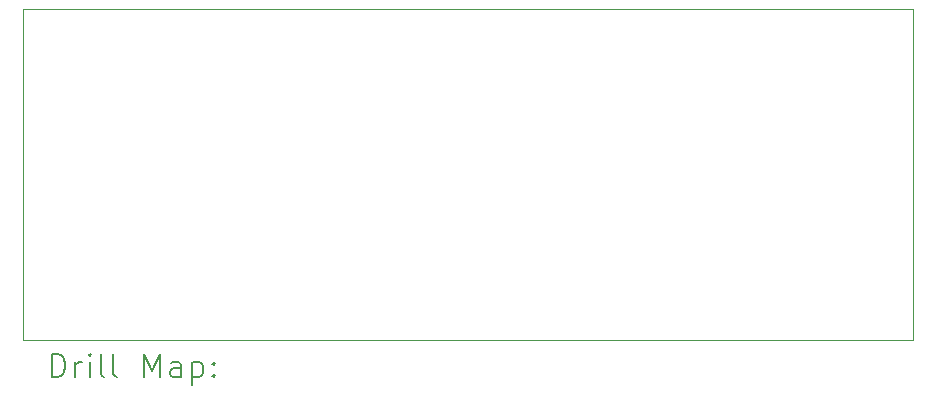
<source format=gbr>
%TF.GenerationSoftware,KiCad,Pcbnew,7.0.2*%
%TF.CreationDate,2023-08-23T09:20:03+05:30*%
%TF.ProjectId,Power_Supply_12V,506f7765-725f-4537-9570-706c795f3132,rev?*%
%TF.SameCoordinates,Original*%
%TF.FileFunction,Drillmap*%
%TF.FilePolarity,Positive*%
%FSLAX45Y45*%
G04 Gerber Fmt 4.5, Leading zero omitted, Abs format (unit mm)*
G04 Created by KiCad (PCBNEW 7.0.2) date 2023-08-23 09:20:03*
%MOMM*%
%LPD*%
G01*
G04 APERTURE LIST*
%ADD10C,0.100000*%
%ADD11C,0.200000*%
G04 APERTURE END LIST*
D10*
X9611360Y-6441440D02*
X17145000Y-6441440D01*
X17145000Y-9240520D01*
X9611360Y-9240520D01*
X9611360Y-6441440D01*
D11*
X9853979Y-9558044D02*
X9853979Y-9358044D01*
X9853979Y-9358044D02*
X9901598Y-9358044D01*
X9901598Y-9358044D02*
X9930170Y-9367568D01*
X9930170Y-9367568D02*
X9949217Y-9386615D01*
X9949217Y-9386615D02*
X9958741Y-9405663D01*
X9958741Y-9405663D02*
X9968265Y-9443758D01*
X9968265Y-9443758D02*
X9968265Y-9472330D01*
X9968265Y-9472330D02*
X9958741Y-9510425D01*
X9958741Y-9510425D02*
X9949217Y-9529472D01*
X9949217Y-9529472D02*
X9930170Y-9548520D01*
X9930170Y-9548520D02*
X9901598Y-9558044D01*
X9901598Y-9558044D02*
X9853979Y-9558044D01*
X10053979Y-9558044D02*
X10053979Y-9424710D01*
X10053979Y-9462806D02*
X10063503Y-9443758D01*
X10063503Y-9443758D02*
X10073027Y-9434234D01*
X10073027Y-9434234D02*
X10092074Y-9424710D01*
X10092074Y-9424710D02*
X10111122Y-9424710D01*
X10177789Y-9558044D02*
X10177789Y-9424710D01*
X10177789Y-9358044D02*
X10168265Y-9367568D01*
X10168265Y-9367568D02*
X10177789Y-9377091D01*
X10177789Y-9377091D02*
X10187312Y-9367568D01*
X10187312Y-9367568D02*
X10177789Y-9358044D01*
X10177789Y-9358044D02*
X10177789Y-9377091D01*
X10301598Y-9558044D02*
X10282550Y-9548520D01*
X10282550Y-9548520D02*
X10273027Y-9529472D01*
X10273027Y-9529472D02*
X10273027Y-9358044D01*
X10406360Y-9558044D02*
X10387312Y-9548520D01*
X10387312Y-9548520D02*
X10377789Y-9529472D01*
X10377789Y-9529472D02*
X10377789Y-9358044D01*
X10634931Y-9558044D02*
X10634931Y-9358044D01*
X10634931Y-9358044D02*
X10701598Y-9500901D01*
X10701598Y-9500901D02*
X10768265Y-9358044D01*
X10768265Y-9358044D02*
X10768265Y-9558044D01*
X10949217Y-9558044D02*
X10949217Y-9453282D01*
X10949217Y-9453282D02*
X10939693Y-9434234D01*
X10939693Y-9434234D02*
X10920646Y-9424710D01*
X10920646Y-9424710D02*
X10882550Y-9424710D01*
X10882550Y-9424710D02*
X10863503Y-9434234D01*
X10949217Y-9548520D02*
X10930170Y-9558044D01*
X10930170Y-9558044D02*
X10882550Y-9558044D01*
X10882550Y-9558044D02*
X10863503Y-9548520D01*
X10863503Y-9548520D02*
X10853979Y-9529472D01*
X10853979Y-9529472D02*
X10853979Y-9510425D01*
X10853979Y-9510425D02*
X10863503Y-9491377D01*
X10863503Y-9491377D02*
X10882550Y-9481853D01*
X10882550Y-9481853D02*
X10930170Y-9481853D01*
X10930170Y-9481853D02*
X10949217Y-9472330D01*
X11044455Y-9424710D02*
X11044455Y-9624710D01*
X11044455Y-9434234D02*
X11063503Y-9424710D01*
X11063503Y-9424710D02*
X11101598Y-9424710D01*
X11101598Y-9424710D02*
X11120646Y-9434234D01*
X11120646Y-9434234D02*
X11130170Y-9443758D01*
X11130170Y-9443758D02*
X11139693Y-9462806D01*
X11139693Y-9462806D02*
X11139693Y-9519949D01*
X11139693Y-9519949D02*
X11130170Y-9538996D01*
X11130170Y-9538996D02*
X11120646Y-9548520D01*
X11120646Y-9548520D02*
X11101598Y-9558044D01*
X11101598Y-9558044D02*
X11063503Y-9558044D01*
X11063503Y-9558044D02*
X11044455Y-9548520D01*
X11225408Y-9538996D02*
X11234931Y-9548520D01*
X11234931Y-9548520D02*
X11225408Y-9558044D01*
X11225408Y-9558044D02*
X11215884Y-9548520D01*
X11215884Y-9548520D02*
X11225408Y-9538996D01*
X11225408Y-9538996D02*
X11225408Y-9558044D01*
X11225408Y-9434234D02*
X11234931Y-9443758D01*
X11234931Y-9443758D02*
X11225408Y-9453282D01*
X11225408Y-9453282D02*
X11215884Y-9443758D01*
X11215884Y-9443758D02*
X11225408Y-9434234D01*
X11225408Y-9434234D02*
X11225408Y-9453282D01*
M02*

</source>
